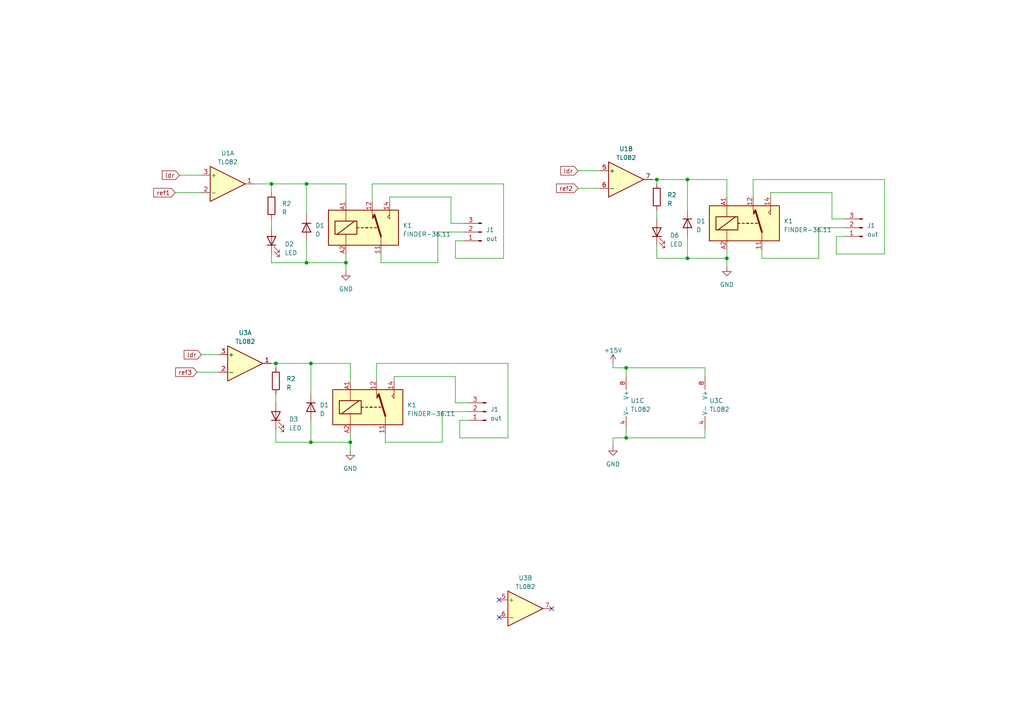
<source format=kicad_sch>
(kicad_sch (version 20230121) (generator eeschema)
  (paper "A4")
  (lib_symbols
    (symbol "Amplifier_Operational:TL082" (pin_names (offset 0.127))
      (property "Reference" "U" (at 0 5.08 0))
      (property "Value" "TL082" (at 0 -5.08 0))
      (symbol "TL082_1_1"
        (polyline (pts (xy -5.08 5.08) (xy 5.08 0) (xy -5.08 -5.08) (xy -5.08 5.08)) (stroke (width 0.254)) (fill (type background)))
        (pin output line (at 7.62 0 180) (length 2.54) (name "~") (number "1"))
        (pin input line (at -7.62 -2.54 0) (length 2.54) (name "-") (number "2"))
        (pin input line (at -7.62 2.54 0) (length 2.54) (name "+") (number "3"))
      )
      (symbol "TL082_2_1"
        (polyline (pts (xy -5.08 5.08) (xy 5.08 0) (xy -5.08 -5.08) (xy -5.08 5.08)) (stroke (width 0.254)) (fill (type background)))
        (pin input line (at -7.62 2.54 0) (length 2.54) (name "+") (number "5"))
        (pin input line (at -7.62 -2.54 0) (length 2.54) (name "-") (number "6"))
        (pin output line (at 7.62 0 180) (length 2.54) (name "~") (number "7"))
      )
      (symbol "TL082_3_1"
        (pin power_in line (at -2.54 -7.62 90) (length 3.81) (name "V-") (number "4"))
        (pin power_in line (at -2.54 7.62 270) (length 3.81) (name "V+") (number "8"))
      )
    )
    (symbol "Connector:Conn_01x03_Pin" (pin_names (offset 1.016) hide)
      (property "Reference" "J" (at 0 5.08 0))
      (property "Value" "Conn_01x03_Pin" (at 0 -5.08 0))
      (symbol "Conn_01x03_Pin_1_1"
        (polyline (pts (xy 1.27 -2.54) (xy 0.8636 -2.54)) (stroke (width 0.1524)))
        (polyline (pts (xy 1.27 0) (xy 0.8636 0)) (stroke (width 0.1524)))
        (polyline (pts (xy 1.27 2.54) (xy 0.8636 2.54)) (stroke (width 0.1524)))
        (rectangle (start 0.8636 -2.413) (end 0 -2.667) (stroke (width 0.1524)) (fill (type outline)))
        (rectangle (start 0.8636 0.127) (end 0 -0.127) (stroke (width 0.1524)) (fill (type outline)))
        (rectangle (start 0.8636 2.667) (end 0 2.413) (stroke (width 0.1524)) (fill (type outline)))
        (pin passive line (at 5.08 2.54 180) (length 3.81) (name "Pin_1") (number "1"))
        (pin passive line (at 5.08 0 180) (length 3.81) (name "Pin_2") (number "2"))
        (pin passive line (at 5.08 -2.54 180) (length 3.81) (name "Pin_3") (number "3"))
      )
    )
    (symbol "Device:D" (pin_numbers hide) (pin_names (offset 1.016) hide)
      (property "Reference" "D" (at 0 2.54 0))
      (property "Value" "D" (at 0 -2.54 0))
      (symbol "D_0_1"
        (polyline (pts (xy -1.27 1.27) (xy -1.27 -1.27)) (stroke (width 0.254)))
        (polyline (pts (xy 1.27 0) (xy -1.27 0)))
        (polyline (pts (xy 1.27 1.27) (xy 1.27 -1.27) (xy -1.27 0) (xy 1.27 1.27)) (stroke (width 0.254)))
      )
      (symbol "D_1_1"
        (pin passive line (at -3.81 0 0) (length 2.54) (name "K") (number "1"))
        (pin passive line (at 3.81 0 180) (length 2.54) (name "A") (number "2"))
      )
    )
    (symbol "Device:LED" (pin_numbers hide) (pin_names (offset 1.016) hide)
      (property "Reference" "D" (at 0 2.54 0))
      (property "Value" "LED" (at 0 -2.54 0))
      (symbol "LED_0_1"
        (polyline (pts (xy -1.27 -1.27) (xy -1.27 1.27)) (stroke (width 0.254)))
        (polyline (pts (xy -1.27 0) (xy 1.27 0)))
        (polyline (pts (xy 1.27 -1.27) (xy 1.27 1.27) (xy -1.27 0) (xy 1.27 -1.27)) (stroke (width 0.254)))
        (polyline (pts (xy -3.048 -0.762) (xy -4.572 -2.286) (xy -3.81 -2.286) (xy -4.572 -2.286) (xy -4.572 -1.524)))
        (polyline (pts (xy -1.778 -0.762) (xy -3.302 -2.286) (xy -2.54 -2.286) (xy -3.302 -2.286) (xy -3.302 -1.524)))
      )
      (symbol "LED_1_1"
        (pin passive line (at -3.81 0 0) (length 2.54) (name "K") (number "1"))
        (pin passive line (at 3.81 0 180) (length 2.54) (name "A") (number "2"))
      )
    )
    (symbol "Device:R" (pin_numbers hide) (pin_names (offset 0))
      (property "Reference" "R" (at 2.032 0 90))
      (property "Value" "R" (at 0 0 90))
      (symbol "R_0_1"
        (rectangle (start -1.016 -2.54) (end 1.016 2.54) (stroke (width 0.254)))
      )
      (symbol "R_1_1"
        (pin passive line (at 0 3.81 270) (length 1.27) (name "~") (number "1"))
        (pin passive line (at 0 -3.81 90) (length 1.27) (name "~") (number "2"))
      )
    )
    (symbol "Relay:FINDER-36.11"
      (property "Reference" "K" (at 11.43 3.81 0))
      (property "Value" "FINDER-36.11" (at 11.43 1.27 0))
      (symbol "FINDER-36.11_0_0"
        (polyline (pts (xy 2.54 3.81) (xy 2.54 5.08)))
        (polyline (pts (xy 7.62 3.81) (xy 7.62 5.08)))
        (polyline (pts (xy 7.62 3.81) (xy 7.62 2.54) (xy 6.985 3.175) (xy 7.62 3.81)))
      )
      (symbol "FINDER-36.11_0_1"
        (rectangle (start -10.16 5.08) (end 10.16 -5.08) (stroke (width 0.254)) (fill (type background)))
        (rectangle (start -8.255 1.905) (end -1.905 -1.905) (stroke (width 0.254)))
        (polyline (pts (xy -7.62 -1.905) (xy -2.54 1.905)) (stroke (width 0.254)))
        (polyline (pts (xy -5.08 -5.08) (xy -5.08 -1.905)))
        (polyline (pts (xy -5.08 5.08) (xy -5.08 1.905)))
        (polyline (pts (xy -1.905 0) (xy -1.27 0)) (stroke (width 0.254)))
        (polyline (pts (xy -0.635 0) (xy 0 0)) (stroke (width 0.254)))
        (polyline (pts (xy 0.635 0) (xy 1.27 0)) (stroke (width 0.254)))
        (polyline (pts (xy 0.635 0) (xy 1.27 0)) (stroke (width 0.254)))
        (polyline (pts (xy 1.905 0) (xy 2.54 0)) (stroke (width 0.254)))
        (polyline (pts (xy 3.175 0) (xy 3.81 0)) (stroke (width 0.254)))
        (polyline (pts (xy 5.08 -2.54) (xy 3.175 3.81)) (stroke (width 0.508)))
        (polyline (pts (xy 5.08 -2.54) (xy 5.08 -5.08)))
        (polyline (pts (xy 2.54 2.54) (xy 3.175 3.175) (xy 2.54 3.81)) (fill (type outline)))
      )
      (symbol "FINDER-36.11_1_1"
        (pin passive line (at 5.08 -7.62 90) (length 2.54) (name "~") (number "11"))
        (pin passive line (at 2.54 7.62 270) (length 2.54) (name "~") (number "12"))
        (pin passive line (at 7.62 7.62 270) (length 2.54) (name "~") (number "14"))
        (pin passive line (at -5.08 7.62 270) (length 2.54) (name "~") (number "A1"))
        (pin passive line (at -5.08 -7.62 90) (length 2.54) (name "~") (number "A2"))
      )
    )
    (symbol "power:+15V" (power) (pin_names (offset 0))
      (property "Value" "+15V" (at 0 3.556 0))
      (symbol "+15V_0_1"
        (polyline (pts (xy -0.762 1.27) (xy 0 2.54)))
        (polyline (pts (xy 0 0) (xy 0 2.54)))
        (polyline (pts (xy 0 2.54) (xy 0.762 1.27)))
      )
      (symbol "+15V_1_1"
        (pin power_in line (at 0 0 90) (length 0) hide (name "+15V") (number "1"))
      )
    )
    (symbol "power:GND" (power) (pin_names (offset 0))
      (property "Value" "GND" (at 0 -3.81 0))
      (symbol "GND_0_1"
        (polyline (pts (xy 0 0) (xy 0 -1.27) (xy 1.27 -1.27) (xy 0 -2.54) (xy -1.27 -1.27) (xy 0 -1.27)))
      )
      (symbol "GND_1_1"
        (pin power_in line (at 0 0 270) (length 0) hide (name "GND") (number "1"))
      )
    )
  )
  (junction (at 199.39 52.07))
  (junction (at 190.5 52.07))
  (junction (at 90.17 105.41))
  (junction (at 181.61 127))
  (junction (at 181.61 106.68))
  (junction (at 210.82 74.93))
  (junction (at 88.9 76.2))
  (junction (at 78.74 53.34))
  (junction (at 90.17 128.27))
  (junction (at 199.39 74.93))
  (junction (at 88.9 53.34))
  (junction (at 100.33 76.2))
  (junction (at 80.01 105.41))
  (junction (at 101.6 128.27))
  (no_connect (at 160.02 176.53))
  (no_connect (at 144.78 179.07))
  (no_connect (at 144.78 173.99))
  (wire (pts (xy 190.5 74.93) (xy 199.39 74.93)))
  (wire (pts (xy 78.74 53.34) (xy 78.74 55.88)))
  (wire (pts (xy 109.22 105.41) (xy 109.22 110.49)))
  (wire (pts (xy 210.82 57.15) (xy 210.82 52.07)))
  (wire (pts (xy 80.01 105.41) (xy 80.01 106.68)))
  (wire (pts (xy 181.61 106.68) (xy 181.61 109.22)))
  (wire (pts (xy 80.01 124.46) (xy 80.01 128.27)))
  (wire (pts (xy 204.47 109.22) (xy 204.47 106.68)))
  (wire (pts (xy 128.27 119.38) (xy 128.27 128.27)))
  (wire (pts (xy 100.33 76.2) (xy 100.33 78.74)))
  (wire (pts (xy 223.52 55.88) (xy 241.3 55.88)))
  (wire (pts (xy 218.44 52.07) (xy 218.44 57.15)))
  (wire (pts (xy 135.89 121.92) (xy 133.35 121.92)))
  (wire (pts (xy 190.5 71.12) (xy 190.5 74.93)))
  (wire (pts (xy 199.39 74.93) (xy 210.82 74.93)))
  (wire (pts (xy 80.01 128.27) (xy 90.17 128.27)))
  (wire (pts (xy 147.32 105.41) (xy 109.22 105.41)))
  (wire (pts (xy 88.9 76.2) (xy 100.33 76.2)))
  (wire (pts (xy 127 67.31) (xy 127 76.2)))
  (wire (pts (xy 256.54 52.07) (xy 218.44 52.07)))
  (wire (pts (xy 132.08 69.85) (xy 132.08 74.93)))
  (wire (pts (xy 107.95 53.34) (xy 107.95 58.42)))
  (wire (pts (xy 113.03 58.42) (xy 113.03 57.15)))
  (wire (pts (xy 88.9 53.34) (xy 88.9 62.23)))
  (wire (pts (xy 190.5 52.07) (xy 199.39 52.07)))
  (wire (pts (xy 177.8 129.54) (xy 177.8 127)))
  (wire (pts (xy 132.08 116.84) (xy 135.89 116.84)))
  (wire (pts (xy 90.17 105.41) (xy 90.17 114.3)))
  (wire (pts (xy 177.8 105.41) (xy 177.8 106.68)))
  (wire (pts (xy 101.6 125.73) (xy 101.6 128.27)))
  (wire (pts (xy 133.35 127) (xy 147.32 127)))
  (wire (pts (xy 110.49 76.2) (xy 110.49 73.66)))
  (wire (pts (xy 100.33 53.34) (xy 88.9 53.34)))
  (wire (pts (xy 245.11 68.58) (xy 242.57 68.58)))
  (wire (pts (xy 256.54 73.66) (xy 256.54 52.07)))
  (wire (pts (xy 237.49 74.93) (xy 220.98 74.93)))
  (wire (pts (xy 57.15 107.95) (xy 63.5 107.95)))
  (wire (pts (xy 210.82 74.93) (xy 210.82 77.47)))
  (wire (pts (xy 237.49 66.04) (xy 237.49 74.93)))
  (wire (pts (xy 133.35 121.92) (xy 133.35 127)))
  (wire (pts (xy 199.39 52.07) (xy 199.39 60.96)))
  (wire (pts (xy 78.74 63.5) (xy 78.74 66.04)))
  (wire (pts (xy 167.64 54.61) (xy 173.99 54.61)))
  (wire (pts (xy 80.01 114.3) (xy 80.01 116.84)))
  (wire (pts (xy 90.17 128.27) (xy 101.6 128.27)))
  (wire (pts (xy 80.01 105.41) (xy 90.17 105.41)))
  (wire (pts (xy 90.17 121.92) (xy 90.17 128.27)))
  (wire (pts (xy 181.61 106.68) (xy 204.47 106.68)))
  (wire (pts (xy 210.82 72.39) (xy 210.82 74.93)))
  (wire (pts (xy 78.74 73.66) (xy 78.74 76.2)))
  (wire (pts (xy 101.6 128.27) (xy 101.6 130.81)))
  (wire (pts (xy 167.64 49.53) (xy 173.99 49.53)))
  (wire (pts (xy 58.42 102.87) (xy 63.5 102.87)))
  (wire (pts (xy 101.6 110.49) (xy 101.6 105.41)))
  (wire (pts (xy 181.61 127) (xy 204.47 127)))
  (wire (pts (xy 114.3 109.22) (xy 132.08 109.22)))
  (wire (pts (xy 242.57 73.66) (xy 256.54 73.66)))
  (wire (pts (xy 50.8 55.88) (xy 58.42 55.88)))
  (wire (pts (xy 181.61 124.46) (xy 181.61 127)))
  (wire (pts (xy 78.74 105.41) (xy 80.01 105.41)))
  (wire (pts (xy 245.11 66.04) (xy 237.49 66.04)))
  (wire (pts (xy 113.03 57.15) (xy 130.81 57.15)))
  (wire (pts (xy 190.5 52.07) (xy 190.5 53.34)))
  (wire (pts (xy 73.66 53.34) (xy 78.74 53.34)))
  (wire (pts (xy 241.3 63.5) (xy 245.11 63.5)))
  (wire (pts (xy 127 76.2) (xy 110.49 76.2)))
  (wire (pts (xy 241.3 55.88) (xy 241.3 63.5)))
  (wire (pts (xy 242.57 68.58) (xy 242.57 73.66)))
  (wire (pts (xy 134.62 69.85) (xy 132.08 69.85)))
  (wire (pts (xy 189.23 52.07) (xy 190.5 52.07)))
  (wire (pts (xy 177.8 106.68) (xy 181.61 106.68)))
  (wire (pts (xy 135.89 119.38) (xy 128.27 119.38)))
  (wire (pts (xy 146.05 74.93) (xy 146.05 53.34)))
  (wire (pts (xy 111.76 128.27) (xy 111.76 125.73)))
  (wire (pts (xy 78.74 53.34) (xy 88.9 53.34)))
  (wire (pts (xy 146.05 53.34) (xy 107.95 53.34)))
  (wire (pts (xy 210.82 52.07) (xy 199.39 52.07)))
  (wire (pts (xy 134.62 67.31) (xy 127 67.31)))
  (wire (pts (xy 100.33 58.42) (xy 100.33 53.34)))
  (wire (pts (xy 130.81 64.77) (xy 134.62 64.77)))
  (wire (pts (xy 220.98 74.93) (xy 220.98 72.39)))
  (wire (pts (xy 147.32 127) (xy 147.32 105.41)))
  (wire (pts (xy 130.81 57.15) (xy 130.81 64.77)))
  (wire (pts (xy 223.52 57.15) (xy 223.52 55.88)))
  (wire (pts (xy 88.9 69.85) (xy 88.9 76.2)))
  (wire (pts (xy 114.3 110.49) (xy 114.3 109.22)))
  (wire (pts (xy 132.08 74.93) (xy 146.05 74.93)))
  (wire (pts (xy 78.74 76.2) (xy 88.9 76.2)))
  (wire (pts (xy 199.39 68.58) (xy 199.39 74.93)))
  (wire (pts (xy 190.5 60.96) (xy 190.5 63.5)))
  (wire (pts (xy 52.07 50.8) (xy 58.42 50.8)))
  (wire (pts (xy 101.6 105.41) (xy 90.17 105.41)))
  (wire (pts (xy 132.08 109.22) (xy 132.08 116.84)))
  (wire (pts (xy 204.47 127) (xy 204.47 124.46)))
  (wire (pts (xy 177.8 127) (xy 181.61 127)))
  (wire (pts (xy 128.27 128.27) (xy 111.76 128.27)))
  (wire (pts (xy 100.33 73.66) (xy 100.33 76.2)))
  (global_label "ref2" (shape input) (at 167.64 54.61 180) (property "Intersheetrefs" "${INTERSHEET_REFS}" (effects hide)))
  (global_label "ldr" (shape input) (at 52.07 50.8 180) (property "Intersheetrefs" "${INTERSHEET_REFS}" (effects hide)))
  (global_label "ref1" (shape input) (at 50.8 55.88 180) (property "Intersheetrefs" "${INTERSHEET_REFS}" (effects hide)))
  (global_label "ldr" (shape input) (at 167.64 49.53 180) (property "Intersheetrefs" "${INTERSHEET_REFS}" (effects hide)))
  (global_label "ref3" (shape input) (at 57.15 107.95 180) (property "Intersheetrefs" "${INTERSHEET_REFS}" (effects hide)))
  (global_label "ldr" (shape input) (at 58.42 102.87 180) (property "Intersheetrefs" "${INTERSHEET_REFS}" (effects hide)))
  (symbol (lib_id "power:GND") (at 101.6 130.81 0) (unit 1)
    (property "Reference" "#PWR010" (effects hide))
    (property "Value" "GND" (at 101.6 135.89 0))
    (instances (project "comparador" (path "" (reference "#PWR010") (unit 1)) (path "" (reference "#PWR017") (unit 1))))
  )
  (symbol (lib_id "Amplifier_Operational:TL082") (at 184.15 116.84 0) (unit 3)
    (property "Reference" "U1" (at 182.88 116.205 0) (effects (justify left)))
    (property "Value" "TL082" (at 182.88 118.745 0) (effects (justify left)))
    (property "Footprint" "Package_DIP:DIP-8_W10.16mm_LongPads" (effects hide))
    (property "Datasheet" "http://www.ti.com/lit/ds/symlink/tl081.pdf" (effects hide))
    (instances (project "comparador" (path "" (reference "U1") (unit 3)) (path "" (reference "U2") (unit 3))))
  )
  (symbol (lib_id "Connector:Conn_01x03_Pin") (at 139.7 67.31 180) (unit 1)
    (property "Reference" "J1" (at 140.97 66.675 0) (effects (justify right)))
    (property "Value" "out" (at 140.97 69.215 0) (effects (justify right)))
    (property "Footprint" "Connector_Phoenix_MC:PhoenixContact_MCV_1,5_3-G-3.81_1x03_P3.81mm_Vertical" (effects hide))
    (instances (project "comparador" (path "" (reference "J1") (unit 1)) (path "" (reference "J11") (unit 1))))
  )
  (symbol (lib_id "power:GND") (at 210.82 77.47 0) (unit 1)
    (property "Reference" "#PWR010" (effects hide))
    (property "Value" "GND" (at 210.82 82.55 0))
    (instances (project "comparador" (path "" (reference "#PWR010") (unit 1)) (path "" (reference "#PWR020") (unit 1))))
  )
  (symbol (lib_id "Device:R") (at 80.01 110.49 180) (unit 1)
    (property "Reference" "R2" (at 83.0399 109.855 0) (effects (justify right)))
    (property "Value" "R" (at 83.0399 112.395 0) (effects (justify right)))
    (property "Footprint" "Resistor_THT:R_Axial_DIN0207_L6.3mm_D2.5mm_P7.62mm_Horizontal" (effects hide))
    (instances (project "comparador" (path "" (reference "R2") (unit 1)) (path "" (reference "R10") (unit 1))))
  )
  (symbol (lib_id "Relay:FINDER-36.11") (at 105.41 66.04 0) (unit 1)
    (property "Reference" "K1" (at 116.84 65.405 0) (effects (justify left)))
    (property "Value" "FINDER-36.11" (at 116.84 67.945 0) (effects (justify left)))
    (property "Footprint" "Relay_THT:Relay_SPDT_Finder_36.11" (effects hide))
    (property "Datasheet" "https://gfinder.findernet.com/public/attachments/36/EN/S36EN.pdf" (effects hide))
  )
  (symbol (lib_id "Device:LED") (at 190.5 67.31 90) (unit 1)
    (property "Reference" "D6" (at 194.31 68.2625 90) (effects (justify right)))
    (property "Value" "LED" (at 194.31 70.8025 90) (effects (justify right)))
    (property "Footprint" "LED_THT:LED_D3.0mm" (effects hide))
  )
  (symbol (lib_id "Device:LED") (at 78.74 69.85 90) (unit 1)
    (property "Reference" "D2" (at 82.55 70.8025 90) (effects (justify right)))
    (property "Value" "LED" (at 82.55 73.3425 90) (effects (justify right)))
    (property "Footprint" "LED_THT:LED_D3.0mm" (effects hide))
  )
  (symbol (lib_id "Amplifier_Operational:TL082") (at 181.61 52.07 0) (unit 2)
    (property "Reference" "U1" (at 181.61 43.18 0))
    (property "Value" "TL082" (at 181.61 45.72 0))
    (property "Footprint" "Package_DIP:DIP-8_W10.16mm_LongPads" (effects hide))
    (property "Datasheet" "http://www.ti.com/lit/ds/symlink/tl081.pdf" (effects hide))
    (instances (project "comparador" (path "" (reference "U1") (unit 2)) (path "" (reference "U2") (unit 2))))
  )
  (symbol (lib_id "power:GND") (at 177.8 129.54 0) (unit 1)
    (property "Reference" "#PWR06" (effects hide))
    (property "Value" "GND" (at 177.8 134.62 0))
    (instances (project "comparador" (path "" (reference "#PWR06") (unit 1)) (path "" (reference "#PWR019") (unit 1))))
  )
  (symbol (lib_id "Device:R") (at 78.74 59.69 180) (unit 1)
    (property "Reference" "R2" (at 81.7699 59.055 0) (effects (justify right)))
    (property "Value" "R" (at 81.7699 61.595 0) (effects (justify right)))
    (property "Footprint" "Resistor_THT:R_Axial_DIN0207_L6.3mm_D2.5mm_P7.62mm_Horizontal" (effects hide))
    (instances (project "comparador" (path "" (reference "R2") (unit 1)) (path "" (reference "R9") (unit 1))))
  )
  (symbol (lib_id "Relay:FINDER-36.11") (at 106.68 118.11 0) (unit 1)
    (property "Reference" "K1" (at 118.11 117.475 0) (effects (justify left)))
    (property "Value" "FINDER-36.11" (at 118.11 120.015 0) (effects (justify left)))
    (property "Footprint" "Relay_THT:Relay_SPDT_Finder_36.11" (effects hide))
    (property "Datasheet" "https://gfinder.findernet.com/public/attachments/36/EN/S36EN.pdf" (effects hide))
    (instances (project "comparador" (path "" (reference "K1") (unit 1)) (path "" (reference "K2") (unit 1))))
  )
  (symbol (lib_id "Relay:FINDER-36.11") (at 215.9 64.77 0) (unit 1)
    (property "Reference" "K1" (at 227.33 64.135 0) (effects (justify left)))
    (property "Value" "FINDER-36.11" (at 227.33 66.675 0) (effects (justify left)))
    (property "Footprint" "Relay_THT:Relay_SPDT_Finder_36.11" (effects hide))
    (property "Datasheet" "https://gfinder.findernet.com/public/attachments/36/EN/S36EN.pdf" (effects hide))
    (instances (project "comparador" (path "" (reference "K1") (unit 1)) (path "" (reference "K3") (unit 1))))
  )
  (symbol (lib_id "Device:D") (at 88.9 66.04 270) (unit 1)
    (property "Reference" "D1" (at 91.44 65.405 90) (effects (justify left)))
    (property "Value" "D" (at 91.44 67.945 90) (effects (justify left)))
    (property "Footprint" "Diode_THT:D_DO-35_SOD27_P7.62mm_Horizontal" (effects hide))
    (property "Sim.Device" "D" (effects hide))
    (property "Sim.Pins" "1=K 2=A" (effects hide))
    (instances (project "comparador" (path "" (reference "D1") (unit 1)) (path "" (reference "D4") (unit 1))))
  )
  (symbol (lib_id "power:+15V") (at 177.8 105.41 0) (unit 1)
    (property "Reference" "#PWR07" (effects hide))
    (property "Value" "+15V" (at 177.8 101.6 0))
    (instances (project "comparador" (path "" (reference "#PWR07") (unit 1)) (path "" (reference "#PWR018") (unit 1))))
  )
  (symbol (lib_id "Amplifier_Operational:TL082") (at 152.4 176.53 0) (unit 2)
    (property "Reference" "U3" (at 152.4 167.64 0))
    (property "Value" "TL082" (at 152.4 170.18 0))
    (property "Footprint" "Package_DIP:DIP-8_W10.16mm_LongPads" (effects hide))
    (property "Datasheet" "http://www.ti.com/lit/ds/symlink/tl081.pdf" (effects hide))
  )
  (symbol (lib_id "Connector:Conn_01x03_Pin") (at 140.97 119.38 180) (unit 1)
    (property "Reference" "J1" (at 142.24 118.745 0) (effects (justify right)))
    (property "Value" "out" (at 142.24 121.285 0) (effects (justify right)))
    (property "Footprint" "Connector_Phoenix_MC:PhoenixContact_MCV_1,5_3-G-3.81_1x03_P3.81mm_Vertical" (effects hide))
    (instances (project "comparador" (path "" (reference "J1") (unit 1)) (path "" (reference "J12") (unit 1))))
  )
  (symbol (lib_id "Device:LED") (at 80.01 120.65 90) (unit 1)
    (property "Reference" "D3" (at 83.82 121.6025 90) (effects (justify right)))
    (property "Value" "LED" (at 83.82 124.1425 90) (effects (justify right)))
    (property "Footprint" "LED_THT:LED_D3.0mm" (effects hide))
  )
  (symbol (lib_id "Device:R") (at 190.5 57.15 180) (unit 1)
    (property "Reference" "R2" (at 193.5299 56.515 0) (effects (justify right)))
    (property "Value" "R" (at 193.5299 59.055 0) (effects (justify right)))
    (property "Footprint" "Resistor_THT:R_Axial_DIN0207_L6.3mm_D2.5mm_P7.62mm_Horizontal" (effects hide))
    (instances (project "comparador" (path "" (reference "R2") (unit 1)) (path "" (reference "R11") (unit 1))))
  )
  (symbol (lib_id "Device:D") (at 90.17 118.11 270) (unit 1)
    (property "Reference" "D1" (at 92.71 117.475 90) (effects (justify left)))
    (property "Value" "D" (at 92.71 120.015 90) (effects (justify left)))
    (property "Footprint" "Diode_THT:D_DO-35_SOD27_P7.62mm_Horizontal" (effects hide))
    (property "Sim.Device" "D" (effects hide))
    (property "Sim.Pins" "1=K 2=A" (effects hide))
    (instances (project "comparador" (path "" (reference "D1") (unit 1)) (path "" (reference "D5") (unit 1))))
  )
  (symbol (lib_id "Amplifier_Operational:TL082") (at 71.12 105.41 0) (unit 1)
    (property "Reference" "U3" (at 71.12 96.52 0))
    (property "Value" "TL082" (at 71.12 99.06 0))
    (property "Footprint" "Package_DIP:DIP-8_W10.16mm_LongPads" (effects hide))
    (property "Datasheet" "http://www.ti.com/lit/ds/symlink/tl081.pdf" (effects hide))
  )
  (symbol (lib_id "Connector:Conn_01x03_Pin") (at 250.19 66.04 180) (unit 1)
    (property "Reference" "J1" (at 251.46 65.405 0) (effects (justify right)))
    (property "Value" "out" (at 251.46 67.945 0) (effects (justify right)))
    (property "Footprint" "Connector_Phoenix_MC:PhoenixContact_MCV_1,5_3-G-3.81_1x03_P3.81mm_Vertical" (effects hide))
    (instances (project "comparador" (path "" (reference "J1") (unit 1)) (path "" (reference "J13") (unit 1))))
  )
  (symbol (lib_id "Amplifier_Operational:TL082") (at 207.01 116.84 0) (unit 3)
    (property "Reference" "U3" (at 205.74 116.205 0) (effects (justify left)))
    (property "Value" "TL082" (at 205.74 118.745 0) (effects (justify left)))
    (property "Footprint" "Package_DIP:DIP-8_W10.16mm_LongPads" (effects hide))
    (property "Datasheet" "http://www.ti.com/lit/ds/symlink/tl081.pdf" (effects hide))
  )
  (symbol (lib_id "Amplifier_Operational:TL082") (at 66.04 53.34 0) (unit 1)
    (property "Reference" "U1" (at 66.04 44.45 0))
    (property "Value" "TL082" (at 66.04 46.99 0))
    (property "Footprint" "Package_DIP:DIP-8_W10.16mm_LongPads" (effects hide))
    (property "Datasheet" "http://www.ti.com/lit/ds/symlink/tl081.pdf" (effects hide))
    (instances (project "comparador" (path "" (reference "U1") (unit 1)) (path "" (reference "U2") (unit 1))))
  )
  (symbol (lib_id "Device:D") (at 199.39 64.77 270) (unit 1)
    (property "Reference" "D1" (at 201.93 64.135 90) (effects (justify left)))
    (property "Value" "D" (at 201.93 66.675 90) (effects (justify left)))
    (property "Footprint" "Diode_THT:D_DO-35_SOD27_P7.62mm_Horizontal" (effects hide))
    (property "Sim.Device" "D" (effects hide))
    (property "Sim.Pins" "1=K 2=A" (effects hide))
    (instances (project "comparador" (path "" (reference "D1") (unit 1)) (path "" (reference "D7") (unit 1))))
  )
  (symbol (lib_id "power:GND") (at 100.33 78.74 0) (unit 1)
    (property "Reference" "#PWR010" (effects hide))
    (property "Value" "GND" (at 100.33 83.82 0))
    (instances (project "comparador" (path "" (reference "#PWR010") (unit 1)) (path "" (reference "#PWR016") (unit 1))))
  )
)
</source>
